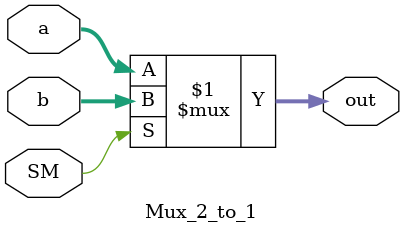
<source format=v>
module Mux_2_to_1 
(
    input SM,
    input [5:0] a,
    input [5:0] b,
    output [5:0] out
);
    assign out = (SM) ? b : a ;
endmodule
</source>
